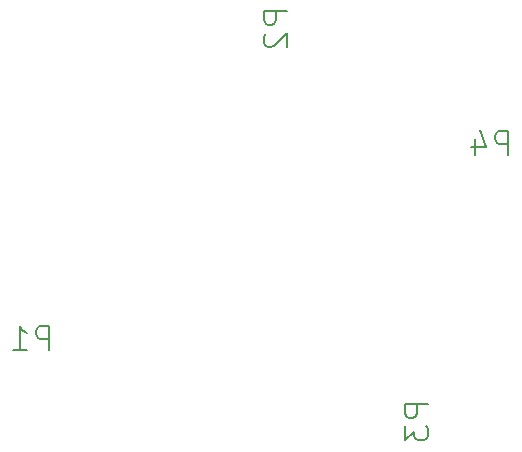
<source format=gbo>
G04 #@! TF.FileFunction,Legend,Bot*
%FSLAX46Y46*%
G04 Gerber Fmt 4.6, Leading zero omitted, Abs format (unit mm)*
G04 Created by KiCad (PCBNEW 4.0.4+dfsg1-stable) date Sat Nov 11 18:47:18 2017*
%MOMM*%
%LPD*%
G01*
G04 APERTURE LIST*
%ADD10C,0.100000*%
%ADD11C,0.150000*%
G04 APERTURE END LIST*
D10*
D11*
X37665691Y-94122762D02*
X37665691Y-92122762D01*
X36903786Y-92122762D01*
X36713310Y-92218000D01*
X36618071Y-92313238D01*
X36522833Y-92503714D01*
X36522833Y-92789429D01*
X36618071Y-92979905D01*
X36713310Y-93075143D01*
X36903786Y-93170381D01*
X37665691Y-93170381D01*
X34618071Y-94122762D02*
X35760929Y-94122762D01*
X35189500Y-94122762D02*
X35189500Y-92122762D01*
X35379976Y-92408476D01*
X35570452Y-92598952D01*
X35760929Y-92694190D01*
X57800762Y-65447309D02*
X55800762Y-65447309D01*
X55800762Y-66209214D01*
X55896000Y-66399690D01*
X55991238Y-66494929D01*
X56181714Y-66590167D01*
X56467429Y-66590167D01*
X56657905Y-66494929D01*
X56753143Y-66399690D01*
X56848381Y-66209214D01*
X56848381Y-65447309D01*
X55991238Y-67352071D02*
X55896000Y-67447309D01*
X55800762Y-67637786D01*
X55800762Y-68113976D01*
X55896000Y-68304452D01*
X55991238Y-68399690D01*
X56181714Y-68494929D01*
X56372190Y-68494929D01*
X56657905Y-68399690D01*
X57800762Y-67256833D01*
X57800762Y-68494929D01*
X69738762Y-98732309D02*
X67738762Y-98732309D01*
X67738762Y-99494214D01*
X67834000Y-99684690D01*
X67929238Y-99779929D01*
X68119714Y-99875167D01*
X68405429Y-99875167D01*
X68595905Y-99779929D01*
X68691143Y-99684690D01*
X68786381Y-99494214D01*
X68786381Y-98732309D01*
X67738762Y-100541833D02*
X67738762Y-101779929D01*
X68500667Y-101113262D01*
X68500667Y-101398976D01*
X68595905Y-101589452D01*
X68691143Y-101684690D01*
X68881619Y-101779929D01*
X69357810Y-101779929D01*
X69548286Y-101684690D01*
X69643524Y-101589452D01*
X69738762Y-101398976D01*
X69738762Y-100827548D01*
X69643524Y-100637071D01*
X69548286Y-100541833D01*
X76538691Y-77612762D02*
X76538691Y-75612762D01*
X75776786Y-75612762D01*
X75586310Y-75708000D01*
X75491071Y-75803238D01*
X75395833Y-75993714D01*
X75395833Y-76279429D01*
X75491071Y-76469905D01*
X75586310Y-76565143D01*
X75776786Y-76660381D01*
X76538691Y-76660381D01*
X73681548Y-76279429D02*
X73681548Y-77612762D01*
X74157738Y-75517524D02*
X74633929Y-76946095D01*
X73395833Y-76946095D01*
M02*

</source>
